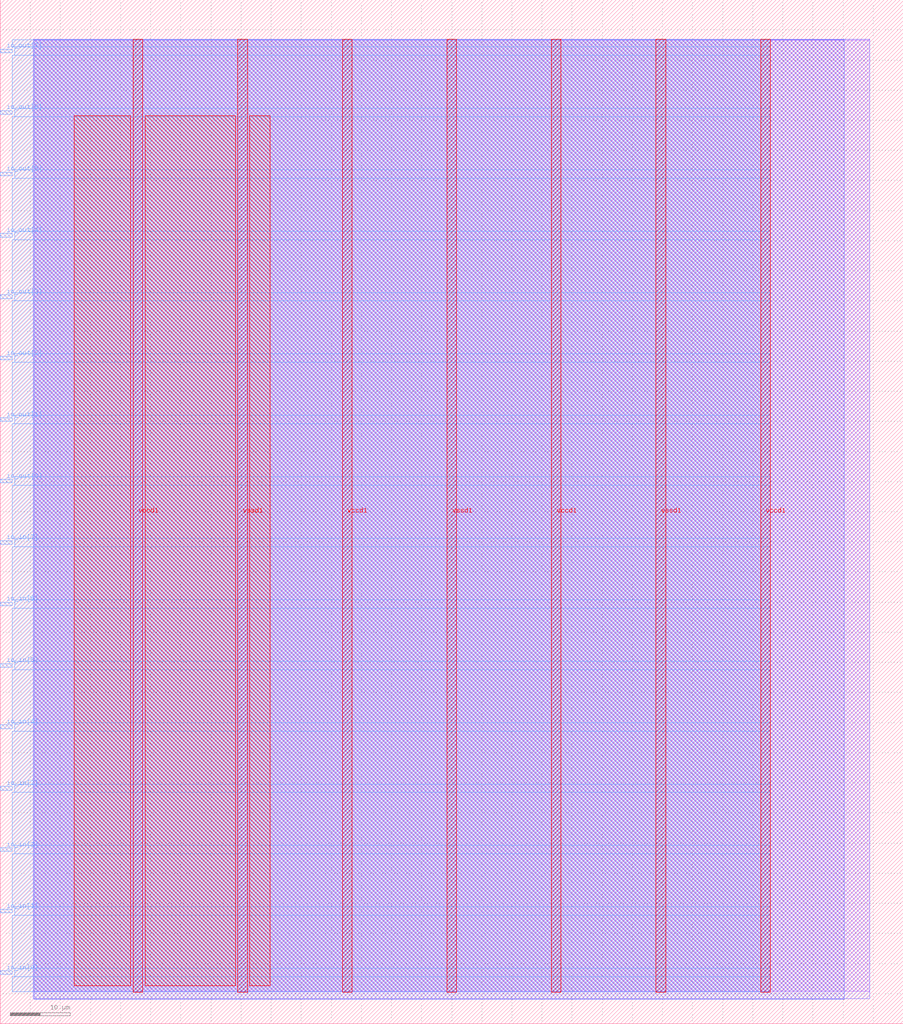
<source format=lef>
VERSION 5.7 ;
  NOWIREEXTENSIONATPIN ON ;
  DIVIDERCHAR "/" ;
  BUSBITCHARS "[]" ;
MACRO tiny_fft
  CLASS BLOCK ;
  FOREIGN tiny_fft ;
  ORIGIN 0.000 0.000 ;
  SIZE 150.000 BY 170.000 ;
  PIN io_in[0]
    DIRECTION INPUT ;
    USE SIGNAL ;
    PORT
      LAYER met3 ;
        RECT 0.000 8.200 2.000 8.800 ;
    END
  END io_in[0]
  PIN io_in[1]
    DIRECTION INPUT ;
    USE SIGNAL ;
    PORT
      LAYER met3 ;
        RECT 0.000 18.400 2.000 19.000 ;
    END
  END io_in[1]
  PIN io_in[2]
    DIRECTION INPUT ;
    USE SIGNAL ;
    PORT
      LAYER met3 ;
        RECT 0.000 28.600 2.000 29.200 ;
    END
  END io_in[2]
  PIN io_in[3]
    DIRECTION INPUT ;
    USE SIGNAL ;
    PORT
      LAYER met3 ;
        RECT 0.000 38.800 2.000 39.400 ;
    END
  END io_in[3]
  PIN io_in[4]
    DIRECTION INPUT ;
    USE SIGNAL ;
    PORT
      LAYER met3 ;
        RECT 0.000 49.000 2.000 49.600 ;
    END
  END io_in[4]
  PIN io_in[5]
    DIRECTION INPUT ;
    USE SIGNAL ;
    PORT
      LAYER met3 ;
        RECT 0.000 59.200 2.000 59.800 ;
    END
  END io_in[5]
  PIN io_in[6]
    DIRECTION INPUT ;
    USE SIGNAL ;
    PORT
      LAYER met3 ;
        RECT 0.000 69.400 2.000 70.000 ;
    END
  END io_in[6]
  PIN io_in[7]
    DIRECTION INPUT ;
    USE SIGNAL ;
    PORT
      LAYER met3 ;
        RECT 0.000 79.600 2.000 80.200 ;
    END
  END io_in[7]
  PIN io_out[0]
    DIRECTION OUTPUT TRISTATE ;
    USE SIGNAL ;
    PORT
      LAYER met3 ;
        RECT 0.000 89.800 2.000 90.400 ;
    END
  END io_out[0]
  PIN io_out[1]
    DIRECTION OUTPUT TRISTATE ;
    USE SIGNAL ;
    PORT
      LAYER met3 ;
        RECT 0.000 100.000 2.000 100.600 ;
    END
  END io_out[1]
  PIN io_out[2]
    DIRECTION OUTPUT TRISTATE ;
    USE SIGNAL ;
    PORT
      LAYER met3 ;
        RECT 0.000 110.200 2.000 110.800 ;
    END
  END io_out[2]
  PIN io_out[3]
    DIRECTION OUTPUT TRISTATE ;
    USE SIGNAL ;
    PORT
      LAYER met3 ;
        RECT 0.000 120.400 2.000 121.000 ;
    END
  END io_out[3]
  PIN io_out[4]
    DIRECTION OUTPUT TRISTATE ;
    USE SIGNAL ;
    PORT
      LAYER met3 ;
        RECT 0.000 130.600 2.000 131.200 ;
    END
  END io_out[4]
  PIN io_out[5]
    DIRECTION OUTPUT TRISTATE ;
    USE SIGNAL ;
    PORT
      LAYER met3 ;
        RECT 0.000 140.800 2.000 141.400 ;
    END
  END io_out[5]
  PIN io_out[6]
    DIRECTION OUTPUT TRISTATE ;
    USE SIGNAL ;
    PORT
      LAYER met3 ;
        RECT 0.000 151.000 2.000 151.600 ;
    END
  END io_out[6]
  PIN io_out[7]
    DIRECTION OUTPUT TRISTATE ;
    USE SIGNAL ;
    PORT
      LAYER met3 ;
        RECT 0.000 161.200 2.000 161.800 ;
    END
  END io_out[7]
  PIN vccd1
    DIRECTION INOUT ;
    USE POWER ;
    PORT
      LAYER met4 ;
        RECT 22.090 5.200 23.690 163.440 ;
    END
    PORT
      LAYER met4 ;
        RECT 56.830 5.200 58.430 163.440 ;
    END
    PORT
      LAYER met4 ;
        RECT 91.570 5.200 93.170 163.440 ;
    END
    PORT
      LAYER met4 ;
        RECT 126.310 5.200 127.910 163.440 ;
    END
  END vccd1
  PIN vssd1
    DIRECTION INOUT ;
    USE GROUND ;
    PORT
      LAYER met4 ;
        RECT 39.460 5.200 41.060 163.440 ;
    END
    PORT
      LAYER met4 ;
        RECT 74.200 5.200 75.800 163.440 ;
    END
    PORT
      LAYER met4 ;
        RECT 108.940 5.200 110.540 163.440 ;
    END
  END vssd1
  OBS
      LAYER li1 ;
        RECT 5.520 5.355 144.440 163.285 ;
      LAYER met1 ;
        RECT 5.520 4.120 144.440 163.440 ;
      LAYER met2 ;
        RECT 5.610 4.090 140.200 163.385 ;
      LAYER met3 ;
        RECT 2.000 162.200 127.900 163.365 ;
        RECT 2.400 160.800 127.900 162.200 ;
        RECT 2.000 152.000 127.900 160.800 ;
        RECT 2.400 150.600 127.900 152.000 ;
        RECT 2.000 141.800 127.900 150.600 ;
        RECT 2.400 140.400 127.900 141.800 ;
        RECT 2.000 131.600 127.900 140.400 ;
        RECT 2.400 130.200 127.900 131.600 ;
        RECT 2.000 121.400 127.900 130.200 ;
        RECT 2.400 120.000 127.900 121.400 ;
        RECT 2.000 111.200 127.900 120.000 ;
        RECT 2.400 109.800 127.900 111.200 ;
        RECT 2.000 101.000 127.900 109.800 ;
        RECT 2.400 99.600 127.900 101.000 ;
        RECT 2.000 90.800 127.900 99.600 ;
        RECT 2.400 89.400 127.900 90.800 ;
        RECT 2.000 80.600 127.900 89.400 ;
        RECT 2.400 79.200 127.900 80.600 ;
        RECT 2.000 70.400 127.900 79.200 ;
        RECT 2.400 69.000 127.900 70.400 ;
        RECT 2.000 60.200 127.900 69.000 ;
        RECT 2.400 58.800 127.900 60.200 ;
        RECT 2.000 50.000 127.900 58.800 ;
        RECT 2.400 48.600 127.900 50.000 ;
        RECT 2.000 39.800 127.900 48.600 ;
        RECT 2.400 38.400 127.900 39.800 ;
        RECT 2.000 29.600 127.900 38.400 ;
        RECT 2.400 28.200 127.900 29.600 ;
        RECT 2.000 19.400 127.900 28.200 ;
        RECT 2.400 18.000 127.900 19.400 ;
        RECT 2.000 9.200 127.900 18.000 ;
        RECT 2.400 7.800 127.900 9.200 ;
        RECT 2.000 5.275 127.900 7.800 ;
      LAYER met4 ;
        RECT 12.255 6.295 21.690 150.785 ;
        RECT 24.090 6.295 39.060 150.785 ;
        RECT 41.460 6.295 44.785 150.785 ;
  END
END tiny_fft
END LIBRARY


</source>
